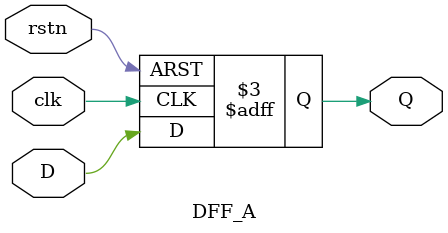
<source format=v>
`timescale 1ns / 1ps


module DFF_A(
input D, rstn, clk,
output reg Q);

always @(posedge clk or negedge rstn)
    if(!rstn)
        Q<=0;
    else
        Q<=D; 
    
endmodule

</source>
